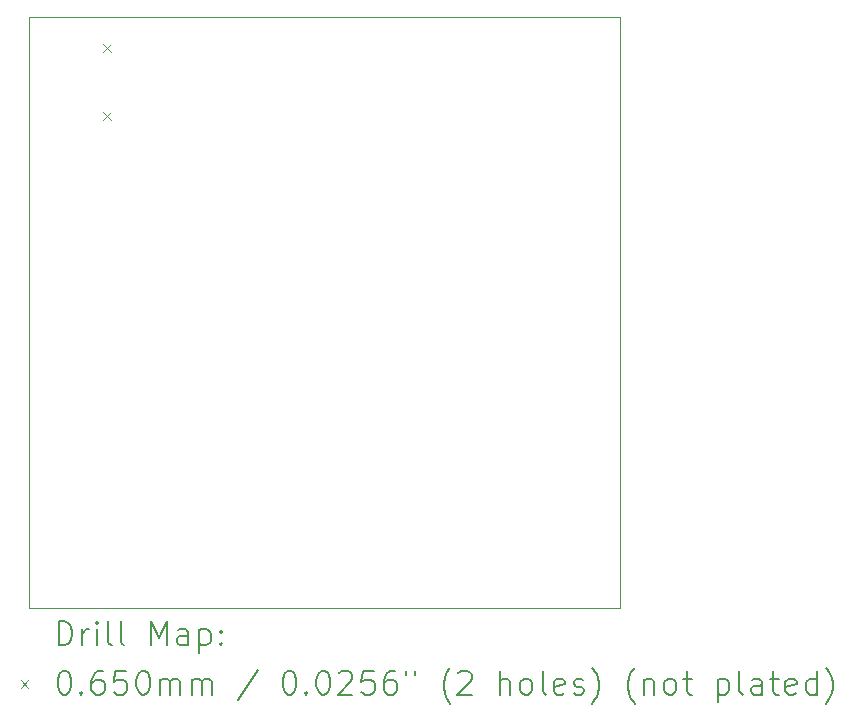
<source format=gbr>
%TF.GenerationSoftware,KiCad,Pcbnew,(6.0.7-1)-1*%
%TF.CreationDate,2022-12-09T20:13:03+01:00*%
%TF.ProjectId,ESC-logic,4553432d-6c6f-4676-9963-2e6b69636164,rev?*%
%TF.SameCoordinates,Original*%
%TF.FileFunction,Drillmap*%
%TF.FilePolarity,Positive*%
%FSLAX45Y45*%
G04 Gerber Fmt 4.5, Leading zero omitted, Abs format (unit mm)*
G04 Created by KiCad (PCBNEW (6.0.7-1)-1) date 2022-12-09 20:13:03*
%MOMM*%
%LPD*%
G01*
G04 APERTURE LIST*
%ADD10C,0.100000*%
%ADD11C,0.200000*%
%ADD12C,0.065000*%
G04 APERTURE END LIST*
D10*
X9800000Y-6800000D02*
X14800000Y-6800000D01*
X14800000Y-6800000D02*
X14800000Y-11800000D01*
X14800000Y-11800000D02*
X9800000Y-11800000D01*
X9800000Y-11800000D02*
X9800000Y-6800000D01*
D11*
D12*
X10427500Y-7028500D02*
X10492500Y-7093500D01*
X10492500Y-7028500D02*
X10427500Y-7093500D01*
X10427500Y-7606500D02*
X10492500Y-7671500D01*
X10492500Y-7606500D02*
X10427500Y-7671500D01*
D11*
X10052619Y-12115476D02*
X10052619Y-11915476D01*
X10100238Y-11915476D01*
X10128810Y-11925000D01*
X10147857Y-11944048D01*
X10157381Y-11963095D01*
X10166905Y-12001190D01*
X10166905Y-12029762D01*
X10157381Y-12067857D01*
X10147857Y-12086905D01*
X10128810Y-12105952D01*
X10100238Y-12115476D01*
X10052619Y-12115476D01*
X10252619Y-12115476D02*
X10252619Y-11982143D01*
X10252619Y-12020238D02*
X10262143Y-12001190D01*
X10271667Y-11991667D01*
X10290714Y-11982143D01*
X10309762Y-11982143D01*
X10376429Y-12115476D02*
X10376429Y-11982143D01*
X10376429Y-11915476D02*
X10366905Y-11925000D01*
X10376429Y-11934524D01*
X10385952Y-11925000D01*
X10376429Y-11915476D01*
X10376429Y-11934524D01*
X10500238Y-12115476D02*
X10481190Y-12105952D01*
X10471667Y-12086905D01*
X10471667Y-11915476D01*
X10605000Y-12115476D02*
X10585952Y-12105952D01*
X10576429Y-12086905D01*
X10576429Y-11915476D01*
X10833571Y-12115476D02*
X10833571Y-11915476D01*
X10900238Y-12058333D01*
X10966905Y-11915476D01*
X10966905Y-12115476D01*
X11147857Y-12115476D02*
X11147857Y-12010714D01*
X11138333Y-11991667D01*
X11119286Y-11982143D01*
X11081190Y-11982143D01*
X11062143Y-11991667D01*
X11147857Y-12105952D02*
X11128810Y-12115476D01*
X11081190Y-12115476D01*
X11062143Y-12105952D01*
X11052619Y-12086905D01*
X11052619Y-12067857D01*
X11062143Y-12048809D01*
X11081190Y-12039286D01*
X11128810Y-12039286D01*
X11147857Y-12029762D01*
X11243095Y-11982143D02*
X11243095Y-12182143D01*
X11243095Y-11991667D02*
X11262143Y-11982143D01*
X11300238Y-11982143D01*
X11319286Y-11991667D01*
X11328809Y-12001190D01*
X11338333Y-12020238D01*
X11338333Y-12077381D01*
X11328809Y-12096428D01*
X11319286Y-12105952D01*
X11300238Y-12115476D01*
X11262143Y-12115476D01*
X11243095Y-12105952D01*
X11424048Y-12096428D02*
X11433571Y-12105952D01*
X11424048Y-12115476D01*
X11414524Y-12105952D01*
X11424048Y-12096428D01*
X11424048Y-12115476D01*
X11424048Y-11991667D02*
X11433571Y-12001190D01*
X11424048Y-12010714D01*
X11414524Y-12001190D01*
X11424048Y-11991667D01*
X11424048Y-12010714D01*
D12*
X9730000Y-12412500D02*
X9795000Y-12477500D01*
X9795000Y-12412500D02*
X9730000Y-12477500D01*
D11*
X10090714Y-12335476D02*
X10109762Y-12335476D01*
X10128810Y-12345000D01*
X10138333Y-12354524D01*
X10147857Y-12373571D01*
X10157381Y-12411667D01*
X10157381Y-12459286D01*
X10147857Y-12497381D01*
X10138333Y-12516428D01*
X10128810Y-12525952D01*
X10109762Y-12535476D01*
X10090714Y-12535476D01*
X10071667Y-12525952D01*
X10062143Y-12516428D01*
X10052619Y-12497381D01*
X10043095Y-12459286D01*
X10043095Y-12411667D01*
X10052619Y-12373571D01*
X10062143Y-12354524D01*
X10071667Y-12345000D01*
X10090714Y-12335476D01*
X10243095Y-12516428D02*
X10252619Y-12525952D01*
X10243095Y-12535476D01*
X10233571Y-12525952D01*
X10243095Y-12516428D01*
X10243095Y-12535476D01*
X10424048Y-12335476D02*
X10385952Y-12335476D01*
X10366905Y-12345000D01*
X10357381Y-12354524D01*
X10338333Y-12383095D01*
X10328810Y-12421190D01*
X10328810Y-12497381D01*
X10338333Y-12516428D01*
X10347857Y-12525952D01*
X10366905Y-12535476D01*
X10405000Y-12535476D01*
X10424048Y-12525952D01*
X10433571Y-12516428D01*
X10443095Y-12497381D01*
X10443095Y-12449762D01*
X10433571Y-12430714D01*
X10424048Y-12421190D01*
X10405000Y-12411667D01*
X10366905Y-12411667D01*
X10347857Y-12421190D01*
X10338333Y-12430714D01*
X10328810Y-12449762D01*
X10624048Y-12335476D02*
X10528810Y-12335476D01*
X10519286Y-12430714D01*
X10528810Y-12421190D01*
X10547857Y-12411667D01*
X10595476Y-12411667D01*
X10614524Y-12421190D01*
X10624048Y-12430714D01*
X10633571Y-12449762D01*
X10633571Y-12497381D01*
X10624048Y-12516428D01*
X10614524Y-12525952D01*
X10595476Y-12535476D01*
X10547857Y-12535476D01*
X10528810Y-12525952D01*
X10519286Y-12516428D01*
X10757381Y-12335476D02*
X10776429Y-12335476D01*
X10795476Y-12345000D01*
X10805000Y-12354524D01*
X10814524Y-12373571D01*
X10824048Y-12411667D01*
X10824048Y-12459286D01*
X10814524Y-12497381D01*
X10805000Y-12516428D01*
X10795476Y-12525952D01*
X10776429Y-12535476D01*
X10757381Y-12535476D01*
X10738333Y-12525952D01*
X10728810Y-12516428D01*
X10719286Y-12497381D01*
X10709762Y-12459286D01*
X10709762Y-12411667D01*
X10719286Y-12373571D01*
X10728810Y-12354524D01*
X10738333Y-12345000D01*
X10757381Y-12335476D01*
X10909762Y-12535476D02*
X10909762Y-12402143D01*
X10909762Y-12421190D02*
X10919286Y-12411667D01*
X10938333Y-12402143D01*
X10966905Y-12402143D01*
X10985952Y-12411667D01*
X10995476Y-12430714D01*
X10995476Y-12535476D01*
X10995476Y-12430714D02*
X11005000Y-12411667D01*
X11024048Y-12402143D01*
X11052619Y-12402143D01*
X11071667Y-12411667D01*
X11081190Y-12430714D01*
X11081190Y-12535476D01*
X11176429Y-12535476D02*
X11176429Y-12402143D01*
X11176429Y-12421190D02*
X11185952Y-12411667D01*
X11205000Y-12402143D01*
X11233571Y-12402143D01*
X11252619Y-12411667D01*
X11262143Y-12430714D01*
X11262143Y-12535476D01*
X11262143Y-12430714D02*
X11271667Y-12411667D01*
X11290714Y-12402143D01*
X11319286Y-12402143D01*
X11338333Y-12411667D01*
X11347857Y-12430714D01*
X11347857Y-12535476D01*
X11738333Y-12325952D02*
X11566905Y-12583095D01*
X11995476Y-12335476D02*
X12014524Y-12335476D01*
X12033571Y-12345000D01*
X12043095Y-12354524D01*
X12052619Y-12373571D01*
X12062143Y-12411667D01*
X12062143Y-12459286D01*
X12052619Y-12497381D01*
X12043095Y-12516428D01*
X12033571Y-12525952D01*
X12014524Y-12535476D01*
X11995476Y-12535476D01*
X11976428Y-12525952D01*
X11966905Y-12516428D01*
X11957381Y-12497381D01*
X11947857Y-12459286D01*
X11947857Y-12411667D01*
X11957381Y-12373571D01*
X11966905Y-12354524D01*
X11976428Y-12345000D01*
X11995476Y-12335476D01*
X12147857Y-12516428D02*
X12157381Y-12525952D01*
X12147857Y-12535476D01*
X12138333Y-12525952D01*
X12147857Y-12516428D01*
X12147857Y-12535476D01*
X12281190Y-12335476D02*
X12300238Y-12335476D01*
X12319286Y-12345000D01*
X12328809Y-12354524D01*
X12338333Y-12373571D01*
X12347857Y-12411667D01*
X12347857Y-12459286D01*
X12338333Y-12497381D01*
X12328809Y-12516428D01*
X12319286Y-12525952D01*
X12300238Y-12535476D01*
X12281190Y-12535476D01*
X12262143Y-12525952D01*
X12252619Y-12516428D01*
X12243095Y-12497381D01*
X12233571Y-12459286D01*
X12233571Y-12411667D01*
X12243095Y-12373571D01*
X12252619Y-12354524D01*
X12262143Y-12345000D01*
X12281190Y-12335476D01*
X12424048Y-12354524D02*
X12433571Y-12345000D01*
X12452619Y-12335476D01*
X12500238Y-12335476D01*
X12519286Y-12345000D01*
X12528809Y-12354524D01*
X12538333Y-12373571D01*
X12538333Y-12392619D01*
X12528809Y-12421190D01*
X12414524Y-12535476D01*
X12538333Y-12535476D01*
X12719286Y-12335476D02*
X12624048Y-12335476D01*
X12614524Y-12430714D01*
X12624048Y-12421190D01*
X12643095Y-12411667D01*
X12690714Y-12411667D01*
X12709762Y-12421190D01*
X12719286Y-12430714D01*
X12728809Y-12449762D01*
X12728809Y-12497381D01*
X12719286Y-12516428D01*
X12709762Y-12525952D01*
X12690714Y-12535476D01*
X12643095Y-12535476D01*
X12624048Y-12525952D01*
X12614524Y-12516428D01*
X12900238Y-12335476D02*
X12862143Y-12335476D01*
X12843095Y-12345000D01*
X12833571Y-12354524D01*
X12814524Y-12383095D01*
X12805000Y-12421190D01*
X12805000Y-12497381D01*
X12814524Y-12516428D01*
X12824048Y-12525952D01*
X12843095Y-12535476D01*
X12881190Y-12535476D01*
X12900238Y-12525952D01*
X12909762Y-12516428D01*
X12919286Y-12497381D01*
X12919286Y-12449762D01*
X12909762Y-12430714D01*
X12900238Y-12421190D01*
X12881190Y-12411667D01*
X12843095Y-12411667D01*
X12824048Y-12421190D01*
X12814524Y-12430714D01*
X12805000Y-12449762D01*
X12995476Y-12335476D02*
X12995476Y-12373571D01*
X13071667Y-12335476D02*
X13071667Y-12373571D01*
X13366905Y-12611667D02*
X13357381Y-12602143D01*
X13338333Y-12573571D01*
X13328809Y-12554524D01*
X13319286Y-12525952D01*
X13309762Y-12478333D01*
X13309762Y-12440238D01*
X13319286Y-12392619D01*
X13328809Y-12364048D01*
X13338333Y-12345000D01*
X13357381Y-12316428D01*
X13366905Y-12306905D01*
X13433571Y-12354524D02*
X13443095Y-12345000D01*
X13462143Y-12335476D01*
X13509762Y-12335476D01*
X13528809Y-12345000D01*
X13538333Y-12354524D01*
X13547857Y-12373571D01*
X13547857Y-12392619D01*
X13538333Y-12421190D01*
X13424048Y-12535476D01*
X13547857Y-12535476D01*
X13785952Y-12535476D02*
X13785952Y-12335476D01*
X13871667Y-12535476D02*
X13871667Y-12430714D01*
X13862143Y-12411667D01*
X13843095Y-12402143D01*
X13814524Y-12402143D01*
X13795476Y-12411667D01*
X13785952Y-12421190D01*
X13995476Y-12535476D02*
X13976428Y-12525952D01*
X13966905Y-12516428D01*
X13957381Y-12497381D01*
X13957381Y-12440238D01*
X13966905Y-12421190D01*
X13976428Y-12411667D01*
X13995476Y-12402143D01*
X14024048Y-12402143D01*
X14043095Y-12411667D01*
X14052619Y-12421190D01*
X14062143Y-12440238D01*
X14062143Y-12497381D01*
X14052619Y-12516428D01*
X14043095Y-12525952D01*
X14024048Y-12535476D01*
X13995476Y-12535476D01*
X14176428Y-12535476D02*
X14157381Y-12525952D01*
X14147857Y-12506905D01*
X14147857Y-12335476D01*
X14328809Y-12525952D02*
X14309762Y-12535476D01*
X14271667Y-12535476D01*
X14252619Y-12525952D01*
X14243095Y-12506905D01*
X14243095Y-12430714D01*
X14252619Y-12411667D01*
X14271667Y-12402143D01*
X14309762Y-12402143D01*
X14328809Y-12411667D01*
X14338333Y-12430714D01*
X14338333Y-12449762D01*
X14243095Y-12468809D01*
X14414524Y-12525952D02*
X14433571Y-12535476D01*
X14471667Y-12535476D01*
X14490714Y-12525952D01*
X14500238Y-12506905D01*
X14500238Y-12497381D01*
X14490714Y-12478333D01*
X14471667Y-12468809D01*
X14443095Y-12468809D01*
X14424048Y-12459286D01*
X14414524Y-12440238D01*
X14414524Y-12430714D01*
X14424048Y-12411667D01*
X14443095Y-12402143D01*
X14471667Y-12402143D01*
X14490714Y-12411667D01*
X14566905Y-12611667D02*
X14576428Y-12602143D01*
X14595476Y-12573571D01*
X14605000Y-12554524D01*
X14614524Y-12525952D01*
X14624048Y-12478333D01*
X14624048Y-12440238D01*
X14614524Y-12392619D01*
X14605000Y-12364048D01*
X14595476Y-12345000D01*
X14576428Y-12316428D01*
X14566905Y-12306905D01*
X14928809Y-12611667D02*
X14919286Y-12602143D01*
X14900238Y-12573571D01*
X14890714Y-12554524D01*
X14881190Y-12525952D01*
X14871667Y-12478333D01*
X14871667Y-12440238D01*
X14881190Y-12392619D01*
X14890714Y-12364048D01*
X14900238Y-12345000D01*
X14919286Y-12316428D01*
X14928809Y-12306905D01*
X15005000Y-12402143D02*
X15005000Y-12535476D01*
X15005000Y-12421190D02*
X15014524Y-12411667D01*
X15033571Y-12402143D01*
X15062143Y-12402143D01*
X15081190Y-12411667D01*
X15090714Y-12430714D01*
X15090714Y-12535476D01*
X15214524Y-12535476D02*
X15195476Y-12525952D01*
X15185952Y-12516428D01*
X15176428Y-12497381D01*
X15176428Y-12440238D01*
X15185952Y-12421190D01*
X15195476Y-12411667D01*
X15214524Y-12402143D01*
X15243095Y-12402143D01*
X15262143Y-12411667D01*
X15271667Y-12421190D01*
X15281190Y-12440238D01*
X15281190Y-12497381D01*
X15271667Y-12516428D01*
X15262143Y-12525952D01*
X15243095Y-12535476D01*
X15214524Y-12535476D01*
X15338333Y-12402143D02*
X15414524Y-12402143D01*
X15366905Y-12335476D02*
X15366905Y-12506905D01*
X15376428Y-12525952D01*
X15395476Y-12535476D01*
X15414524Y-12535476D01*
X15633571Y-12402143D02*
X15633571Y-12602143D01*
X15633571Y-12411667D02*
X15652619Y-12402143D01*
X15690714Y-12402143D01*
X15709762Y-12411667D01*
X15719286Y-12421190D01*
X15728809Y-12440238D01*
X15728809Y-12497381D01*
X15719286Y-12516428D01*
X15709762Y-12525952D01*
X15690714Y-12535476D01*
X15652619Y-12535476D01*
X15633571Y-12525952D01*
X15843095Y-12535476D02*
X15824048Y-12525952D01*
X15814524Y-12506905D01*
X15814524Y-12335476D01*
X16005000Y-12535476D02*
X16005000Y-12430714D01*
X15995476Y-12411667D01*
X15976428Y-12402143D01*
X15938333Y-12402143D01*
X15919286Y-12411667D01*
X16005000Y-12525952D02*
X15985952Y-12535476D01*
X15938333Y-12535476D01*
X15919286Y-12525952D01*
X15909762Y-12506905D01*
X15909762Y-12487857D01*
X15919286Y-12468809D01*
X15938333Y-12459286D01*
X15985952Y-12459286D01*
X16005000Y-12449762D01*
X16071667Y-12402143D02*
X16147857Y-12402143D01*
X16100238Y-12335476D02*
X16100238Y-12506905D01*
X16109762Y-12525952D01*
X16128809Y-12535476D01*
X16147857Y-12535476D01*
X16290714Y-12525952D02*
X16271667Y-12535476D01*
X16233571Y-12535476D01*
X16214524Y-12525952D01*
X16205000Y-12506905D01*
X16205000Y-12430714D01*
X16214524Y-12411667D01*
X16233571Y-12402143D01*
X16271667Y-12402143D01*
X16290714Y-12411667D01*
X16300238Y-12430714D01*
X16300238Y-12449762D01*
X16205000Y-12468809D01*
X16471667Y-12535476D02*
X16471667Y-12335476D01*
X16471667Y-12525952D02*
X16452619Y-12535476D01*
X16414524Y-12535476D01*
X16395476Y-12525952D01*
X16385952Y-12516428D01*
X16376428Y-12497381D01*
X16376428Y-12440238D01*
X16385952Y-12421190D01*
X16395476Y-12411667D01*
X16414524Y-12402143D01*
X16452619Y-12402143D01*
X16471667Y-12411667D01*
X16547857Y-12611667D02*
X16557381Y-12602143D01*
X16576428Y-12573571D01*
X16585952Y-12554524D01*
X16595476Y-12525952D01*
X16605000Y-12478333D01*
X16605000Y-12440238D01*
X16595476Y-12392619D01*
X16585952Y-12364048D01*
X16576428Y-12345000D01*
X16557381Y-12316428D01*
X16547857Y-12306905D01*
M02*

</source>
